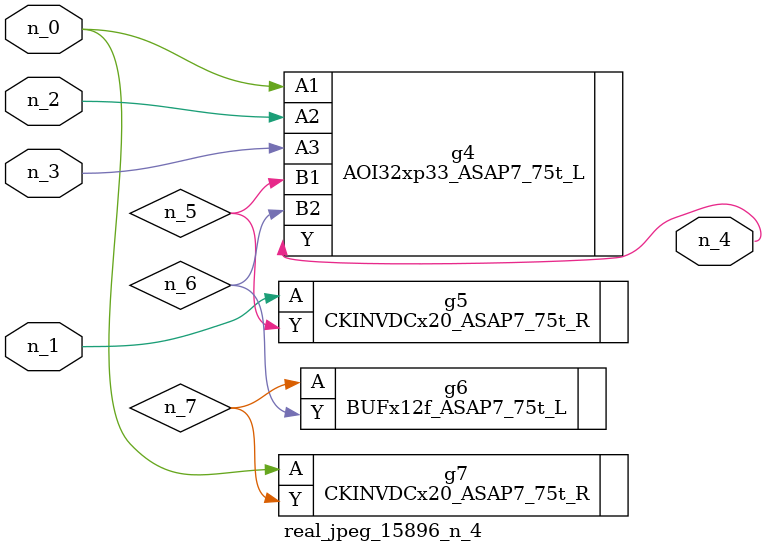
<source format=v>
module real_jpeg_15896_n_4 (n_3, n_1, n_0, n_2, n_4);

input n_3;
input n_1;
input n_0;
input n_2;

output n_4;

wire n_5;
wire n_6;
wire n_7;

AOI32xp33_ASAP7_75t_L g4 ( 
.A1(n_0),
.A2(n_2),
.A3(n_3),
.B1(n_5),
.B2(n_6),
.Y(n_4)
);

CKINVDCx20_ASAP7_75t_R g7 ( 
.A(n_0),
.Y(n_7)
);

CKINVDCx20_ASAP7_75t_R g5 ( 
.A(n_1),
.Y(n_5)
);

BUFx12f_ASAP7_75t_L g6 ( 
.A(n_7),
.Y(n_6)
);


endmodule
</source>
